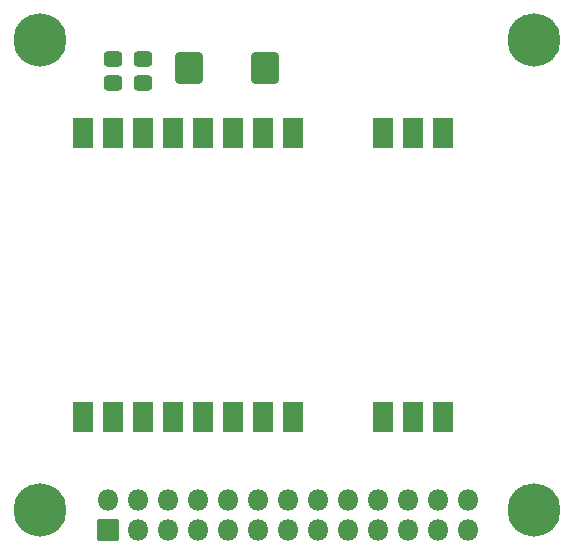
<source format=gts>
G04 #@! TF.GenerationSoftware,KiCad,Pcbnew,6.0.11*
G04 #@! TF.CreationDate,2026-01-28T19:54:40+03:00*
G04 #@! TF.ProjectId,rns-gate,726e732d-6761-4746-952e-6b696361645f,rev?*
G04 #@! TF.SameCoordinates,Original*
G04 #@! TF.FileFunction,Soldermask,Top*
G04 #@! TF.FilePolarity,Negative*
%FSLAX46Y46*%
G04 Gerber Fmt 4.6, Leading zero omitted, Abs format (unit mm)*
G04 Created by KiCad (PCBNEW 6.0.11) date 2026-01-28 19:54:40*
%MOMM*%
%LPD*%
G01*
G04 APERTURE LIST*
G04 Aperture macros list*
%AMRoundRect*
0 Rectangle with rounded corners*
0 $1 Rounding radius*
0 $2 $3 $4 $5 $6 $7 $8 $9 X,Y pos of 4 corners*
0 Add a 4 corners polygon primitive as box body*
4,1,4,$2,$3,$4,$5,$6,$7,$8,$9,$2,$3,0*
0 Add four circle primitives for the rounded corners*
1,1,$1+$1,$2,$3*
1,1,$1+$1,$4,$5*
1,1,$1+$1,$6,$7*
1,1,$1+$1,$8,$9*
0 Add four rect primitives between the rounded corners*
20,1,$1+$1,$2,$3,$4,$5,0*
20,1,$1+$1,$4,$5,$6,$7,0*
20,1,$1+$1,$6,$7,$8,$9,0*
20,1,$1+$1,$8,$9,$2,$3,0*%
G04 Aperture macros list end*
%ADD10RoundRect,0.301000X0.475000X-0.337500X0.475000X0.337500X-0.475000X0.337500X-0.475000X-0.337500X0*%
%ADD11RoundRect,0.301000X-0.875000X-1.025000X0.875000X-1.025000X0.875000X1.025000X-0.875000X1.025000X0*%
%ADD12RoundRect,0.051000X0.850000X-0.850000X0.850000X0.850000X-0.850000X0.850000X-0.850000X-0.850000X0*%
%ADD13O,1.802000X1.802000*%
%ADD14C,0.802000*%
%ADD15C,4.502000*%
%ADD16RoundRect,0.051000X0.800000X-1.250000X0.800000X1.250000X-0.800000X1.250000X-0.800000X-1.250000X0*%
G04 APERTURE END LIST*
D10*
G04 #@! TO.C,C3*
X173708000Y-57577900D03*
X173708000Y-55502900D03*
G04 #@! TD*
G04 #@! TO.C,C2*
X171168000Y-57577900D03*
X171168000Y-55502900D03*
G04 #@! TD*
D11*
G04 #@! TO.C,C1*
X177620000Y-56286400D03*
X184020000Y-56286400D03*
G04 #@! TD*
D12*
G04 #@! TO.C,J2*
X170708000Y-95410000D03*
D13*
X170708000Y-92870000D03*
X173248000Y-95410000D03*
X173248000Y-92870000D03*
X175788000Y-95410000D03*
X175788000Y-92870000D03*
X178328000Y-95410000D03*
X178328000Y-92870000D03*
X180868000Y-95410000D03*
X180868000Y-92870000D03*
X183408000Y-95410000D03*
X183408000Y-92870000D03*
X185948000Y-95410000D03*
X185948000Y-92870000D03*
X188488000Y-95410000D03*
X188488000Y-92870000D03*
X191028000Y-95410000D03*
X191028000Y-92870000D03*
X193568000Y-95410000D03*
X193568000Y-92870000D03*
X196108000Y-95410000D03*
X196108000Y-92870000D03*
X198648000Y-95410000D03*
X198648000Y-92870000D03*
X201188000Y-95410000D03*
X201188000Y-92870000D03*
G04 #@! TD*
D14*
G04 #@! TO.C,REF1*
X166166726Y-52743274D03*
X165000000Y-55560000D03*
D15*
X165000000Y-53910000D03*
D14*
X163833274Y-55076726D03*
X166650000Y-53910000D03*
X163350000Y-53910000D03*
X163833274Y-52743274D03*
X165000000Y-52260000D03*
X166166726Y-55076726D03*
G04 #@! TD*
G04 #@! TO.C,REF3*
X166166726Y-92543274D03*
X165000000Y-95360000D03*
X163350000Y-93710000D03*
X166166726Y-94876726D03*
X165000000Y-92060000D03*
X163833274Y-92543274D03*
X166650000Y-93710000D03*
X163833274Y-94876726D03*
D15*
X165000000Y-93710000D03*
G04 #@! TD*
D14*
G04 #@! TO.C,REF2*
X208450000Y-53910000D03*
X206800000Y-55560000D03*
X207966726Y-52743274D03*
X206800000Y-52260000D03*
D15*
X206800000Y-53910000D03*
D14*
X205150000Y-53910000D03*
X205633274Y-52743274D03*
X207966726Y-55076726D03*
X205633274Y-55076726D03*
G04 #@! TD*
G04 #@! TO.C,REF4*
X205633274Y-94876726D03*
X207966726Y-92543274D03*
X206800000Y-92060000D03*
X208450000Y-93710000D03*
X205150000Y-93710000D03*
X205633274Y-92543274D03*
X206800000Y-95360000D03*
D15*
X206800000Y-93710000D03*
D14*
X207966726Y-94876726D03*
G04 #@! TD*
D16*
G04 #@! TO.C,U1*
X199098000Y-61812400D03*
X196558000Y-61812400D03*
X194018000Y-61812400D03*
X186418000Y-61812400D03*
X183878000Y-61812400D03*
X181338000Y-61812400D03*
X178798000Y-61812400D03*
X176258000Y-61812400D03*
X173718000Y-61812400D03*
X171178000Y-61812400D03*
X168638000Y-61812400D03*
X168638000Y-85812400D03*
X171178000Y-85812400D03*
X173718000Y-85812400D03*
X176258000Y-85812400D03*
X178798000Y-85812400D03*
X181338000Y-85812400D03*
X183878000Y-85812400D03*
X186418000Y-85812400D03*
X194018000Y-85812400D03*
X196558000Y-85812400D03*
X199098000Y-85812400D03*
G04 #@! TD*
M02*

</source>
